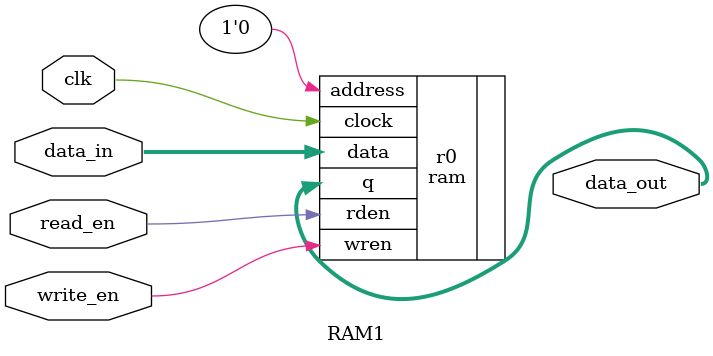
<source format=sv>
module RAM1 (input logic clk, read_en, write_en,
					   input logic [31:0] data_in,
					  output logic [31:0] data_out);

	
ram r0(
	    .address(1'b0),
	    .clock(clk),
	    .data(data_in),
	    .rden(read_en),
	    .wren(write_en),
	    .q(data_out)
		);
		
endmodule 
</source>
